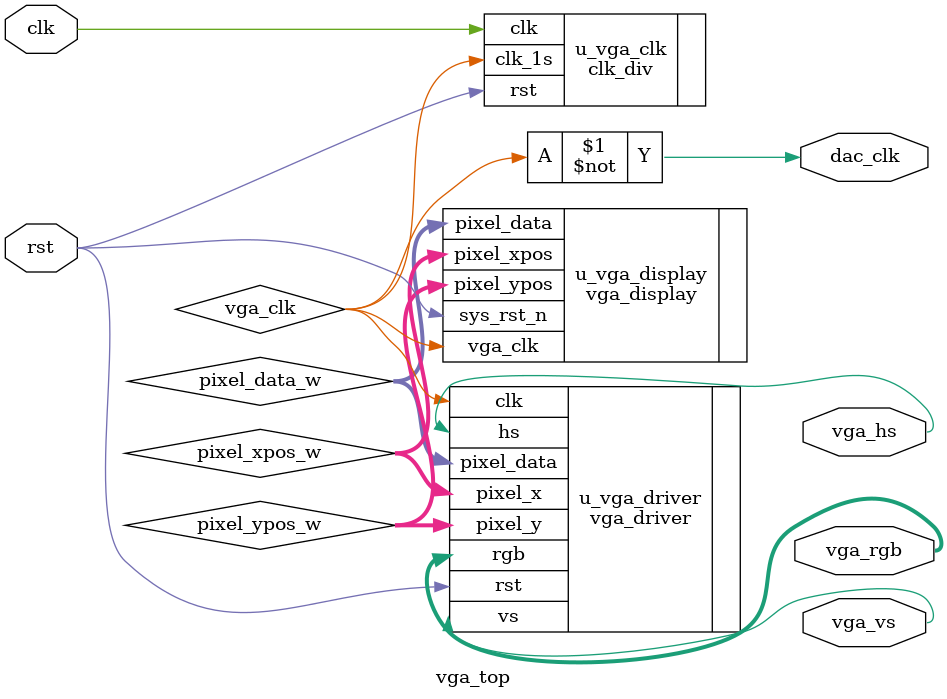
<source format=v>
module vga_top(clk,rst,vga_hs,vga_vs,vga_rgb,dac_clk);

input clk;
input rst;
output vga_hs;   //行同步信号
output vga_vs;   //场同步信号
output [23:0] vga_rgb;    //采用rgb888像素格式，能显示的颜色更多
output dac_clk;

//wire locked;   //pll输出稳定信号。
wire vga_clk;  //vga的像素时钟。
wire rst_new;  //新的复位信号。

//分辨率640*480
wire [23:0]  pixel_data_w;          //像素点数据
wire [ 9:0]  pixel_xpos_w;          //像素点横坐标
wire [ 9:0]  pixel_ypos_w;          //像素点纵坐标 

assign dac_clk = ~vga_clk;

clk_div u_vga_clk(
	.clk(clk),
	.rst(rst),
	.clk_1s(vga_clk)
);

vga_driver u_vga_driver(
    .clk      (vga_clk),    
    .rst      (rst),    

    .hs         (vga_hs),       
    .vs         (vga_vs),       
    .rgb        (vga_rgb),      
    
    .pixel_data  (pixel_data_w), 
    .pixel_x     (pixel_xpos_w), 
    .pixel_y     (pixel_ypos_w)
); 
    	 
	 
vga_display u_vga_display(
    .vga_clk        (vga_clk),
    .sys_rst_n      (rst),
    
    .pixel_xpos     (pixel_xpos_w),
    .pixel_ypos     (pixel_ypos_w),
    .pixel_data     (pixel_data_w)
);   
    



endmodule
</source>
